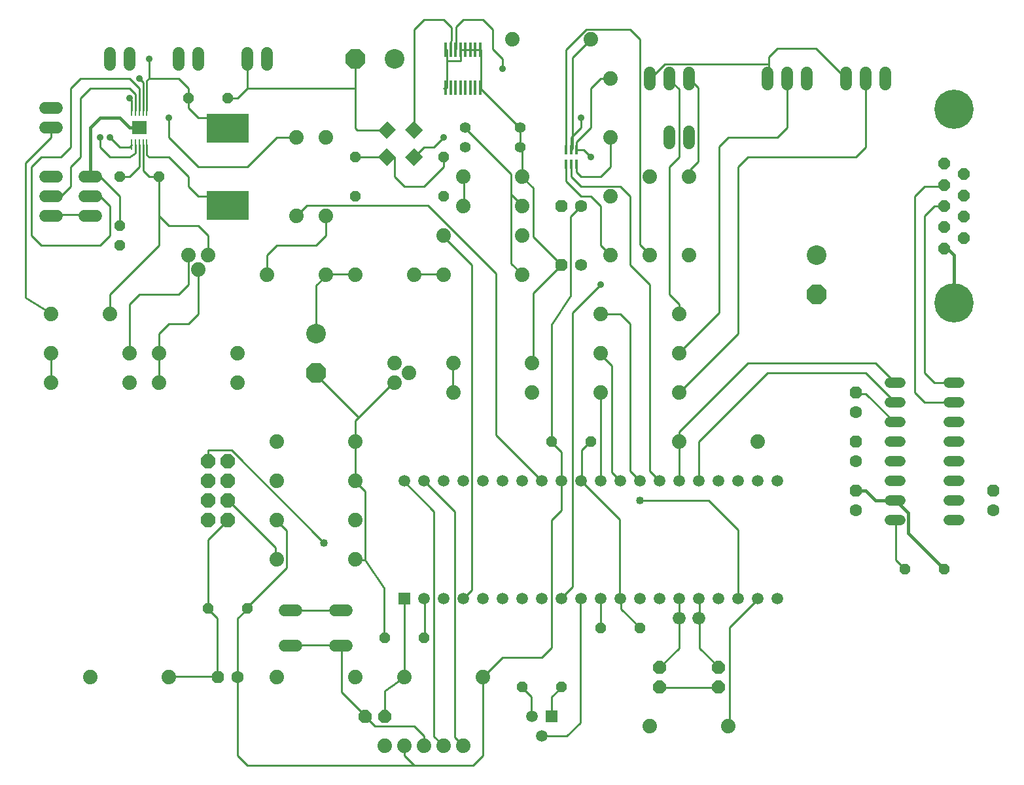
<source format=gtl>
G75*
G70*
%OFA0B0*%
%FSLAX24Y24*%
%IPPOS*%
%LPD*%
%AMOC8*
5,1,8,0,0,1.08239X$1,22.5*
%
%ADD10OC8,0.0520*%
%ADD11C,0.0600*%
%ADD12C,0.0660*%
%ADD13C,0.0740*%
%ADD14OC8,0.0660*%
%ADD15R,0.0590X0.0590*%
%ADD16C,0.0590*%
%ADD17C,0.0520*%
%ADD18OC8,0.0600*%
%ADD19C,0.2000*%
%ADD20R,0.0140X0.0780*%
%ADD21C,0.1000*%
%ADD22OC8,0.1000*%
%ADD23OC8,0.0630*%
%ADD24C,0.0630*%
%ADD25OC8,0.0560*%
%ADD26C,0.0554*%
%ADD27R,0.0669X0.0630*%
%ADD28OC8,0.0740*%
%ADD29OC8,0.0620*%
%ADD30C,0.0620*%
%ADD31R,0.0140X0.0460*%
%ADD32R,0.0110X0.0550*%
%ADD33R,0.0740X0.0660*%
%ADD34R,0.2165X0.1516*%
%ADD35C,0.0100*%
%ADD36C,0.0150*%
%ADD37C,0.0160*%
%ADD38C,0.0360*%
%ADD39C,0.0400*%
D10*
X010140Y008640D03*
X012140Y008640D03*
X019140Y007140D03*
X021140Y007140D03*
X026140Y004640D03*
X028140Y004640D03*
X030140Y007640D03*
X032140Y007640D03*
X029640Y017140D03*
X027640Y017140D03*
X022140Y029640D03*
X022140Y031640D03*
X017640Y031640D03*
X017640Y029640D03*
X011140Y034640D03*
X009140Y034640D03*
X007640Y030640D03*
X005640Y030640D03*
X045640Y010640D03*
X047640Y010640D03*
D11*
X034640Y032340D02*
X034640Y032940D01*
X033640Y032940D02*
X033640Y032340D01*
X033640Y035340D02*
X033640Y035940D01*
X032640Y035940D02*
X032640Y035340D01*
X034640Y035340D02*
X034640Y035940D01*
X038640Y035940D02*
X038640Y035340D01*
X039640Y035340D02*
X039640Y035940D01*
X040640Y035940D02*
X040640Y035340D01*
X042640Y035340D02*
X042640Y035940D01*
X043640Y035940D02*
X043640Y035340D01*
X044640Y035340D02*
X044640Y035940D01*
X013140Y036340D02*
X013140Y036940D01*
X012140Y036940D02*
X012140Y036340D01*
X009640Y036340D02*
X009640Y036940D01*
X008640Y036940D02*
X008640Y036340D01*
X006140Y036340D02*
X006140Y036940D01*
X005140Y036940D02*
X005140Y036340D01*
X002440Y034140D02*
X001840Y034140D01*
X001840Y033140D02*
X002440Y033140D01*
X002440Y030640D02*
X001840Y030640D01*
X001840Y029640D02*
X002440Y029640D01*
X002440Y028640D02*
X001840Y028640D01*
X003840Y028640D02*
X004440Y028640D01*
X004440Y029640D02*
X003840Y029640D01*
X003840Y030640D02*
X004440Y030640D01*
X014060Y008530D02*
X014660Y008530D01*
X014660Y006750D02*
X014060Y006750D01*
X016620Y006750D02*
X017220Y006750D01*
X017220Y008530D02*
X016620Y008530D01*
D12*
X034140Y008140D03*
X035140Y008140D03*
D13*
X004140Y005140D03*
X008140Y005140D03*
X013640Y005140D03*
X017640Y005140D03*
X020140Y005140D03*
X024140Y005140D03*
X023140Y001640D03*
X022140Y001640D03*
X021140Y001640D03*
X020140Y001640D03*
X019140Y001640D03*
X017640Y011140D03*
X017640Y013140D03*
X017640Y015140D03*
X017640Y017140D03*
X019640Y020140D03*
X020390Y020640D03*
X019640Y021140D03*
X022640Y021140D03*
X022640Y019640D03*
X026640Y019640D03*
X026640Y021140D03*
X030140Y021640D03*
X030140Y019640D03*
X034140Y019640D03*
X034140Y021640D03*
X034140Y023640D03*
X034640Y026640D03*
X032640Y026640D03*
X030640Y026640D03*
X030640Y029640D03*
X032640Y030640D03*
X034640Y030640D03*
X030640Y032640D03*
X030640Y035640D03*
X029640Y037640D03*
X025640Y037640D03*
X026140Y030640D03*
X026140Y029140D03*
X026140Y027640D03*
X026140Y025640D03*
X022140Y025640D03*
X020640Y025640D03*
X022140Y027640D03*
X023140Y029140D03*
X023140Y030640D03*
X017640Y025640D03*
X016140Y025640D03*
X016140Y028640D03*
X014640Y028640D03*
X013140Y025640D03*
X010140Y026640D03*
X009640Y025890D03*
X009140Y026640D03*
X005140Y023640D03*
X006140Y021640D03*
X007640Y021640D03*
X007640Y020140D03*
X006140Y020140D03*
X002140Y020140D03*
X002140Y021640D03*
X002140Y023640D03*
X011640Y021640D03*
X011640Y020140D03*
X013640Y017140D03*
X013640Y015140D03*
X013640Y013140D03*
X013640Y011140D03*
X030140Y023640D03*
X034140Y017140D03*
X038140Y017140D03*
X036640Y002640D03*
X032640Y002640D03*
X016140Y032640D03*
X014640Y032640D03*
D14*
X033140Y005640D03*
X033140Y004640D03*
X036140Y004640D03*
X036140Y005640D03*
X019140Y003140D03*
X018140Y003140D03*
D15*
X020140Y009140D03*
X027640Y003140D03*
D16*
X026640Y003140D03*
X027140Y002140D03*
X027140Y009140D03*
X028140Y009140D03*
X029140Y009140D03*
X030140Y009140D03*
X031140Y009140D03*
X032140Y009140D03*
X033140Y009140D03*
X034140Y009140D03*
X035140Y009140D03*
X036140Y009140D03*
X037140Y009140D03*
X038140Y009140D03*
X039140Y009140D03*
X039140Y015140D03*
X038140Y015140D03*
X037140Y015140D03*
X036140Y015140D03*
X035140Y015140D03*
X034140Y015140D03*
X033140Y015140D03*
X032140Y015140D03*
X031140Y015140D03*
X030140Y015140D03*
X029140Y015140D03*
X028140Y015140D03*
X027140Y015140D03*
X026140Y015140D03*
X025140Y015140D03*
X024140Y015140D03*
X023140Y015140D03*
X022140Y015140D03*
X021140Y015140D03*
X020140Y015140D03*
X021140Y009140D03*
X022140Y009140D03*
X023140Y009140D03*
X024140Y009140D03*
X025140Y009140D03*
X026140Y009140D03*
D17*
X044880Y013140D02*
X045400Y013140D01*
X045400Y014140D02*
X044880Y014140D01*
X044880Y015140D02*
X045400Y015140D01*
X045400Y016140D02*
X044880Y016140D01*
X044880Y017140D02*
X045400Y017140D01*
X045400Y018140D02*
X044880Y018140D01*
X044880Y019140D02*
X045400Y019140D01*
X045400Y020140D02*
X044880Y020140D01*
X047880Y020140D02*
X048400Y020140D01*
X048400Y019140D02*
X047880Y019140D01*
X047880Y018140D02*
X048400Y018140D01*
X048400Y017140D02*
X047880Y017140D01*
X047880Y016140D02*
X048400Y016140D01*
X048400Y015140D02*
X047880Y015140D01*
X047880Y014140D02*
X048400Y014140D01*
X048400Y013140D02*
X047880Y013140D01*
D18*
X047640Y026980D03*
X048640Y027520D03*
X047640Y028060D03*
X048640Y028600D03*
X047640Y029140D03*
X048640Y029680D03*
X047640Y030220D03*
X048640Y030760D03*
X047640Y031300D03*
D19*
X048140Y034070D03*
X048140Y024210D03*
D20*
X024020Y035170D03*
X023760Y035170D03*
X023520Y035170D03*
X023260Y035170D03*
X023020Y035170D03*
X022760Y035170D03*
X022520Y035170D03*
X022260Y035170D03*
X022260Y037110D03*
X022520Y037110D03*
X022760Y037110D03*
X023020Y037110D03*
X023260Y037110D03*
X023520Y037110D03*
X023760Y037110D03*
X024020Y037110D03*
D21*
X019640Y036640D03*
X015640Y022640D03*
X041140Y026640D03*
D22*
X041140Y024640D03*
X017640Y036640D03*
X015640Y020640D03*
D23*
X028140Y029140D03*
X043140Y019640D03*
X043140Y017140D03*
X043140Y014640D03*
X050140Y014640D03*
X010640Y005140D03*
D24*
X011640Y005140D03*
X029140Y029140D03*
X043140Y018640D03*
X043140Y016140D03*
X043140Y013640D03*
X050140Y013640D03*
D25*
X005640Y027140D03*
X005640Y028140D03*
D26*
X023240Y032140D03*
X023240Y033140D03*
X026040Y033140D03*
X026040Y032140D03*
D27*
G36*
X020182Y031627D02*
X020653Y032098D01*
X021098Y031653D01*
X020627Y031182D01*
X020182Y031627D01*
G37*
G36*
X019275Y031182D02*
X018804Y031653D01*
X019249Y032098D01*
X019720Y031627D01*
X019275Y031182D01*
G37*
G36*
X018804Y033005D02*
X019275Y033476D01*
X019720Y033031D01*
X019249Y032560D01*
X018804Y033005D01*
G37*
G36*
X020653Y032560D02*
X020182Y033031D01*
X020627Y033476D01*
X021098Y033005D01*
X020653Y032560D01*
G37*
D28*
X011140Y016140D03*
X011140Y015140D03*
X011140Y014140D03*
X011140Y013140D03*
X010140Y013140D03*
X010140Y014140D03*
X010140Y015140D03*
X010140Y016140D03*
D29*
X028140Y026140D03*
D30*
X029140Y026140D03*
D31*
X028900Y031270D03*
X028640Y031270D03*
X028380Y031270D03*
X028380Y032010D03*
X028640Y032010D03*
X028900Y032010D03*
D32*
X007030Y032280D03*
X006840Y032280D03*
X006640Y032280D03*
X006440Y032280D03*
X006250Y032280D03*
X006250Y034000D03*
X006440Y034000D03*
X006640Y034000D03*
X006840Y034000D03*
X007030Y034000D03*
D33*
X006640Y033140D03*
D34*
X011140Y033099D03*
X011140Y029181D03*
D35*
X010681Y029640D01*
X009640Y029640D01*
X009140Y030140D01*
X009140Y030640D01*
X008140Y031640D01*
X007140Y031640D01*
X007030Y031750D01*
X007030Y032280D01*
X006840Y032280D02*
X006840Y030940D01*
X007140Y030640D01*
X007640Y030640D01*
X007640Y028640D01*
X007640Y027140D01*
X005140Y024640D01*
X005140Y023640D01*
X006140Y024140D02*
X006140Y021640D01*
X006140Y021660D01*
X007640Y021640D02*
X007640Y022640D01*
X008140Y023140D01*
X009140Y023140D01*
X009640Y023640D01*
X009640Y025890D01*
X009140Y025140D02*
X008640Y024640D01*
X006640Y024640D01*
X006140Y024140D01*
X007640Y021640D02*
X007660Y021580D01*
X007660Y020140D01*
X007640Y020140D01*
X010140Y016700D02*
X010140Y016140D01*
X010140Y016700D02*
X011340Y016700D01*
X016060Y011980D01*
X017640Y011140D02*
X017660Y011100D01*
X018140Y011120D01*
X018140Y014620D01*
X017660Y015100D01*
X017640Y015140D01*
X017660Y015180D01*
X017660Y017100D01*
X017640Y017140D01*
X017660Y017180D01*
X017660Y018220D01*
X017820Y018380D01*
X015660Y020540D01*
X015660Y020620D01*
X015640Y020640D01*
X015640Y022640D02*
X015660Y022700D01*
X015660Y025100D01*
X016140Y025580D01*
X016140Y025640D01*
X016140Y025660D01*
X017580Y025660D01*
X017640Y025640D01*
X015640Y027140D02*
X016140Y027640D01*
X016140Y028640D01*
X015180Y029180D02*
X014640Y028640D01*
X015180Y029180D02*
X021340Y029180D01*
X024820Y025700D01*
X024820Y017460D01*
X027140Y015140D01*
X028140Y015140D02*
X028140Y013640D01*
X027640Y013140D01*
X027640Y006640D01*
X027140Y006140D01*
X025140Y006140D01*
X024140Y005140D01*
X024140Y001140D01*
X023640Y000640D01*
X020640Y000640D01*
X012140Y000640D01*
X011640Y001140D01*
X011660Y001160D01*
X011660Y005180D01*
X011640Y005140D01*
X011660Y005180D02*
X011660Y008140D01*
X012140Y008620D01*
X012140Y008640D01*
X012140Y008700D01*
X014140Y010700D01*
X014140Y012620D01*
X013660Y013100D01*
X013640Y013140D01*
X013580Y011740D02*
X013580Y011180D01*
X013640Y011140D01*
X013580Y011740D02*
X011180Y014140D01*
X011140Y014140D01*
X011140Y013140D02*
X010140Y012140D01*
X010140Y008640D01*
X010140Y008620D01*
X010620Y008140D01*
X010620Y005180D01*
X010640Y005140D01*
X010620Y005180D02*
X008140Y005180D01*
X008140Y005140D01*
X014360Y006750D02*
X014380Y006780D01*
X016860Y006780D01*
X016920Y006750D01*
X016940Y006700D01*
X016940Y004380D01*
X018140Y003180D01*
X018140Y003140D01*
X018640Y002640D01*
X020640Y002640D01*
X021140Y002140D01*
X021140Y001640D01*
X021660Y002120D02*
X022140Y001640D01*
X021660Y002120D02*
X021660Y013580D01*
X020140Y015100D01*
X020140Y015140D01*
X021140Y015140D02*
X022700Y013580D01*
X022700Y002060D01*
X022720Y002060D01*
X023140Y001640D01*
X020640Y000640D02*
X020140Y001140D01*
X020140Y001640D01*
X019140Y003140D02*
X019140Y004440D01*
X020140Y005140D01*
X020140Y009140D01*
X021140Y009140D02*
X021180Y009100D01*
X021180Y007180D01*
X021140Y007140D01*
X019140Y007140D02*
X019100Y007180D01*
X019100Y009660D01*
X018140Y011120D01*
X016920Y008530D02*
X016860Y008540D01*
X014380Y008540D01*
X014360Y008530D01*
X023140Y009140D02*
X023580Y009580D01*
X023580Y026140D01*
X022140Y027580D01*
X022140Y027640D01*
X023140Y029140D02*
X023180Y029180D01*
X023180Y030620D01*
X023140Y030640D01*
X022140Y031140D02*
X022140Y031640D01*
X021640Y032140D02*
X021140Y032140D01*
X020640Y031640D01*
X019640Y031640D02*
X019640Y030640D01*
X020140Y030140D01*
X021140Y030140D01*
X022140Y031140D01*
X021640Y032140D02*
X022140Y032640D01*
X023240Y033140D02*
X023260Y033100D01*
X025580Y030780D01*
X025580Y029740D01*
X025580Y026220D01*
X026140Y025660D01*
X026140Y025640D01*
X026700Y024700D02*
X026700Y021180D01*
X026640Y021140D01*
X027660Y023100D02*
X027660Y017180D01*
X027640Y017140D01*
X027660Y017100D01*
X028140Y016620D01*
X028140Y015140D01*
X029140Y015140D02*
X031100Y013180D01*
X031100Y009180D01*
X031140Y009140D01*
X031180Y009100D01*
X031180Y008620D01*
X032140Y007660D01*
X032140Y007640D01*
X034140Y008140D02*
X034140Y009140D01*
X034140Y008140D02*
X034140Y006620D01*
X033180Y005660D01*
X033140Y005640D01*
X033140Y004640D02*
X033180Y004620D01*
X036140Y004620D01*
X036140Y004640D01*
X036140Y005640D02*
X036140Y005660D01*
X035180Y006620D01*
X035180Y008140D01*
X035140Y008140D01*
X035180Y008140D02*
X035180Y009100D01*
X035140Y009140D01*
X036700Y007660D02*
X036700Y002700D01*
X036640Y002640D01*
X036700Y007660D02*
X038140Y009100D01*
X038140Y009140D01*
X037140Y009140D02*
X037140Y012640D01*
X035640Y014140D01*
X032140Y014140D01*
X032140Y015140D02*
X032140Y015180D01*
X032100Y015180D01*
X031640Y015640D01*
X031640Y023140D01*
X031140Y023640D01*
X030140Y023640D01*
X030140Y023580D01*
X028700Y023700D02*
X030140Y025140D01*
X030640Y026640D02*
X030140Y027140D01*
X030140Y029140D01*
X029640Y029640D01*
X029140Y029640D01*
X028380Y030400D01*
X028380Y031270D01*
X028640Y031270D02*
X028640Y030640D01*
X029140Y030140D01*
X031140Y030140D01*
X031640Y029640D01*
X031640Y026140D01*
X032640Y025140D01*
X032640Y015640D01*
X033140Y015140D01*
X034140Y015140D02*
X034140Y017140D01*
X034140Y017640D01*
X037640Y021140D01*
X044140Y021140D01*
X045140Y020140D01*
X045140Y019140D02*
X043640Y020640D01*
X038640Y020640D01*
X035140Y017140D01*
X035140Y015140D01*
X031140Y015140D02*
X030700Y015580D01*
X030700Y021020D01*
X030140Y021580D01*
X030140Y021640D01*
X030140Y019640D02*
X030140Y015140D01*
X029180Y015180D02*
X029140Y015140D01*
X029180Y015180D02*
X029180Y016700D01*
X029580Y017100D01*
X029640Y017140D01*
X034140Y019640D02*
X037140Y022640D01*
X037140Y031140D01*
X037640Y031640D01*
X043140Y031640D01*
X043640Y032140D01*
X043640Y035640D01*
X042640Y035640D02*
X041100Y037180D01*
X039142Y037180D01*
X038700Y036738D01*
X038700Y036380D01*
X033420Y036380D01*
X032700Y035660D01*
X032640Y035640D01*
X033640Y035640D02*
X033660Y035580D01*
X034140Y035100D01*
X034140Y031640D01*
X033640Y031140D01*
X033640Y024640D01*
X034140Y024140D01*
X034140Y023640D01*
X034140Y021660D02*
X034140Y021640D01*
X034140Y021660D02*
X036180Y023700D01*
X036180Y032180D01*
X036640Y032640D01*
X039140Y032640D01*
X039640Y033140D01*
X039640Y035640D01*
X038700Y035660D02*
X038700Y036380D01*
X038700Y035660D02*
X038640Y035640D01*
X035100Y035180D02*
X035100Y031420D01*
X034700Y031020D01*
X034700Y030700D01*
X034640Y030640D01*
X030640Y031140D02*
X030640Y032640D01*
X029640Y033140D02*
X029640Y035140D01*
X030140Y035640D01*
X030640Y035640D01*
X028700Y036700D02*
X029640Y037640D01*
X029420Y038140D02*
X031640Y038140D01*
X032140Y037640D01*
X032140Y027180D01*
X032620Y026700D01*
X032640Y026640D01*
X029140Y029140D02*
X028620Y028620D01*
X028620Y024560D01*
X027660Y023100D01*
X028700Y023700D02*
X028700Y009740D01*
X028140Y009180D01*
X028140Y009140D01*
X029100Y009100D02*
X029140Y009140D01*
X029100Y009100D02*
X029100Y002819D01*
X028421Y002140D01*
X027140Y002140D01*
X026640Y003140D02*
X026620Y003180D01*
X026620Y004140D01*
X026140Y004620D01*
X026140Y004640D01*
X027660Y004140D02*
X027660Y003180D01*
X027640Y003140D01*
X027660Y004140D02*
X028140Y004620D01*
X028140Y004640D01*
X030140Y007640D02*
X030140Y009140D01*
X019580Y020140D02*
X017820Y018380D01*
X019580Y020140D02*
X019640Y020140D01*
X022620Y019660D02*
X022640Y019640D01*
X022620Y019660D02*
X022620Y021100D01*
X022640Y021140D01*
X026700Y024700D02*
X028140Y026140D01*
X026700Y027580D01*
X026700Y030060D01*
X026140Y030620D01*
X026140Y030640D01*
X026140Y032060D01*
X026060Y032140D01*
X026040Y032140D01*
X026060Y032140D02*
X026060Y033100D01*
X026040Y033140D01*
X025980Y033180D01*
X024060Y035100D01*
X024020Y035170D01*
X024060Y035180D01*
X024060Y037100D01*
X024020Y037110D01*
X023980Y037100D01*
X023820Y037100D01*
X023760Y037110D01*
X023740Y037100D01*
X023580Y037100D01*
X023520Y037110D01*
X023500Y037100D01*
X023260Y037100D01*
X023260Y037110D01*
X023260Y037100D02*
X023020Y037100D01*
X023020Y037110D01*
X023020Y037100D02*
X023020Y036540D01*
X022300Y036540D01*
X022300Y035180D01*
X022260Y035170D01*
X022140Y035140D01*
X022300Y036540D02*
X022300Y037100D01*
X022260Y037110D01*
X022520Y037110D02*
X022540Y037990D01*
X022540Y038240D01*
X022140Y038640D01*
X021140Y038640D01*
X020640Y038140D01*
X020640Y033018D01*
X019262Y033018D02*
X019260Y033020D01*
X017740Y033020D01*
X017660Y033100D01*
X017660Y036620D01*
X017640Y036640D01*
X017640Y035140D01*
X012140Y035140D01*
X011640Y034640D01*
X011140Y034640D01*
X012140Y035140D02*
X012140Y036640D01*
X009140Y035140D02*
X009140Y034640D01*
X009140Y034140D01*
X009640Y033640D01*
X010140Y033640D01*
X011140Y033140D01*
X011140Y033099D01*
X012140Y031140D02*
X013640Y032640D01*
X014640Y032640D01*
X012140Y031140D02*
X009640Y031140D01*
X008140Y032640D01*
X008140Y033640D01*
X007030Y034000D02*
X007030Y035530D01*
X007140Y035640D01*
X007140Y036640D01*
X007140Y035640D02*
X008640Y035640D01*
X009140Y035140D01*
X006840Y035440D02*
X006840Y034000D01*
X006640Y034000D02*
X006640Y035140D01*
X006140Y035640D01*
X003640Y035640D01*
X003140Y035140D01*
X003140Y032140D01*
X002640Y031640D01*
X001640Y031640D01*
X001140Y031140D01*
X001140Y027640D01*
X001640Y027140D01*
X004640Y027140D01*
X005140Y027640D01*
X005140Y029140D01*
X004640Y029640D01*
X004140Y029640D01*
X004140Y028700D02*
X004140Y028640D01*
X004140Y028700D02*
X002140Y028700D01*
X002140Y028640D01*
X002140Y029640D02*
X002640Y029640D01*
X003140Y030140D01*
X003140Y031140D01*
X003640Y031640D01*
X003640Y034640D01*
X004140Y035140D01*
X006140Y035140D01*
X006440Y034840D01*
X006440Y034000D01*
X006250Y034000D02*
X006250Y034530D01*
X006140Y034640D01*
X006840Y035440D02*
X006640Y035640D01*
X005140Y032640D02*
X005640Y032140D01*
X006140Y032140D01*
X006250Y032250D01*
X006250Y032280D01*
X006440Y032280D02*
X006440Y031840D01*
X006140Y031640D01*
X005140Y031640D01*
X004640Y032140D01*
X004640Y032640D01*
X006640Y032280D02*
X006640Y031140D01*
X006140Y030640D01*
X005640Y030640D01*
X005640Y029640D02*
X005640Y028140D01*
X005640Y029640D02*
X004640Y030640D01*
X004140Y030640D01*
X002140Y032640D02*
X002140Y033140D01*
X002140Y033100D01*
X002140Y032640D02*
X000840Y031340D01*
X000840Y024460D01*
X002140Y023660D01*
X002140Y023640D01*
X002140Y021640D02*
X002140Y020140D01*
X009140Y025140D02*
X009140Y026640D01*
X010140Y026640D02*
X010140Y027640D01*
X009640Y028140D01*
X008140Y028140D01*
X007640Y028640D01*
X013140Y026640D02*
X013140Y025640D01*
X013140Y026640D02*
X013640Y027140D01*
X015640Y027140D01*
X020640Y025640D02*
X020700Y025660D01*
X022140Y025660D01*
X022140Y025640D01*
X026140Y029140D02*
X026140Y029180D01*
X025580Y029740D01*
X028380Y032010D02*
X028380Y037100D01*
X029420Y038140D01*
X028700Y036700D02*
X028700Y032060D01*
X028640Y032010D01*
X028640Y032640D01*
X029140Y033140D01*
X029140Y033640D01*
X029640Y033140D02*
X028900Y032400D01*
X028900Y032010D01*
X029270Y032010D01*
X029640Y031640D01*
X028900Y031270D02*
X028900Y030880D01*
X029140Y030640D01*
X030140Y030640D01*
X030640Y031140D01*
X035100Y035180D02*
X034640Y035640D01*
X025140Y036140D02*
X025140Y036640D01*
X024640Y037140D01*
X024640Y038140D01*
X024140Y038640D01*
X023140Y038640D01*
X022780Y038280D01*
X022780Y037180D01*
X022760Y037110D01*
X019640Y031640D02*
X019262Y031640D01*
X017640Y031640D01*
X034140Y019660D02*
X034140Y019640D01*
X043140Y019640D02*
X043180Y019580D01*
X043660Y019580D01*
X045100Y018140D01*
X045140Y018140D01*
X046140Y019640D02*
X046140Y029640D01*
X046640Y030140D01*
X047660Y030140D01*
X047660Y030220D01*
X047640Y030220D01*
X047640Y029140D02*
X047140Y029140D01*
X046640Y028640D01*
X046640Y020640D01*
X047140Y020140D01*
X048140Y020140D01*
X048140Y019140D02*
X046640Y019140D01*
X046140Y019640D01*
X043180Y014700D02*
X043140Y014640D01*
X045140Y014140D02*
X045180Y014140D01*
X045140Y013140D02*
X045180Y013100D01*
X045180Y011100D01*
X045640Y010640D01*
D36*
X045820Y012460D02*
X045820Y013500D01*
X045180Y014140D01*
X045140Y014140D02*
X044140Y014140D01*
X043640Y014640D01*
X043140Y014640D01*
X045820Y012460D02*
X047640Y010640D01*
X048140Y024210D02*
X048140Y026460D01*
X048140Y026640D01*
X047800Y026980D01*
X047640Y026980D01*
D37*
X006640Y033140D02*
X006140Y033140D01*
X005640Y033640D01*
X004640Y033640D01*
X004140Y033140D01*
X004140Y030640D01*
D38*
X004640Y032640D03*
X005140Y032640D03*
X006140Y034640D03*
X006640Y035640D03*
X007140Y036640D03*
X008140Y033640D03*
X022140Y032640D03*
X025140Y036140D03*
X029140Y033640D03*
X029640Y031640D03*
X030140Y025140D03*
D39*
X032140Y014140D03*
X016060Y011980D03*
M02*

</source>
